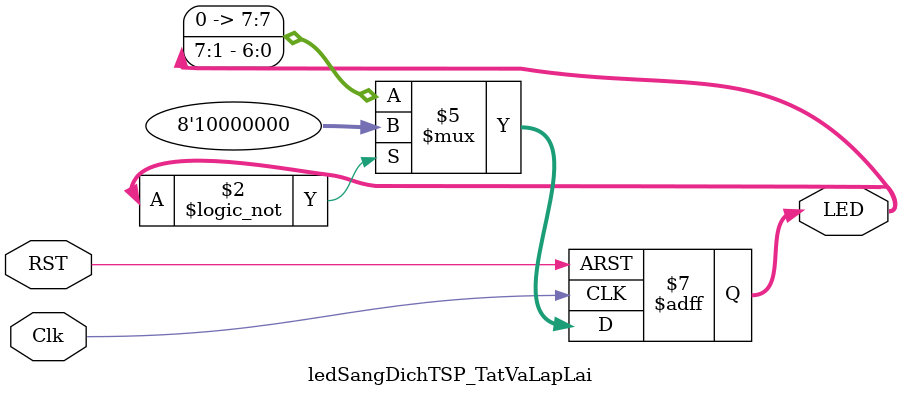
<source format=v>

`timescale 1ns/1ps

module ledSangDichTSP_TatVaLapLai (
    input Clk, RST,
    output reg [7:0] LED
);

    always @ (posedge Clk or posedge RST) begin
        if (RST) 
            LED = 8'b1000_0000; // State 1
        else begin
            if (LED == 8'b0000_0000) 
                LED = 8'b1000_0000; // State 9 -> State 1
            else 
                LED = LED >> 1; // State 1 -> State 9
        end
    end

endmodule

</source>
